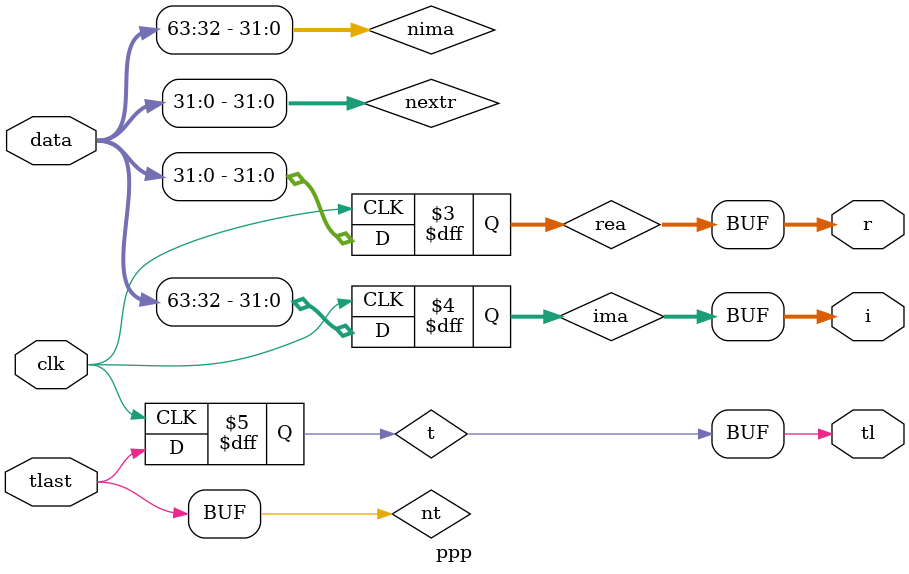
<source format=v>
`timescale 1ns / 1ps


module ppp(input wire clk, input wire [63:0] data,input tlast, output wire [31:0] r, output wire [31:0] i,output wire tl);
reg [31:0] nextr,rea,ima,nima;
reg t,nt;
assign tl=t;
assign r=rea;
assign i=ima;
always @(posedge clk) begin
t<=nt;
rea<=nextr;
ima<=nima;
end
always @(*) begin
nima=data[63:32];
nextr=data[31:0];
nt=tlast;
end

endmodule

</source>
